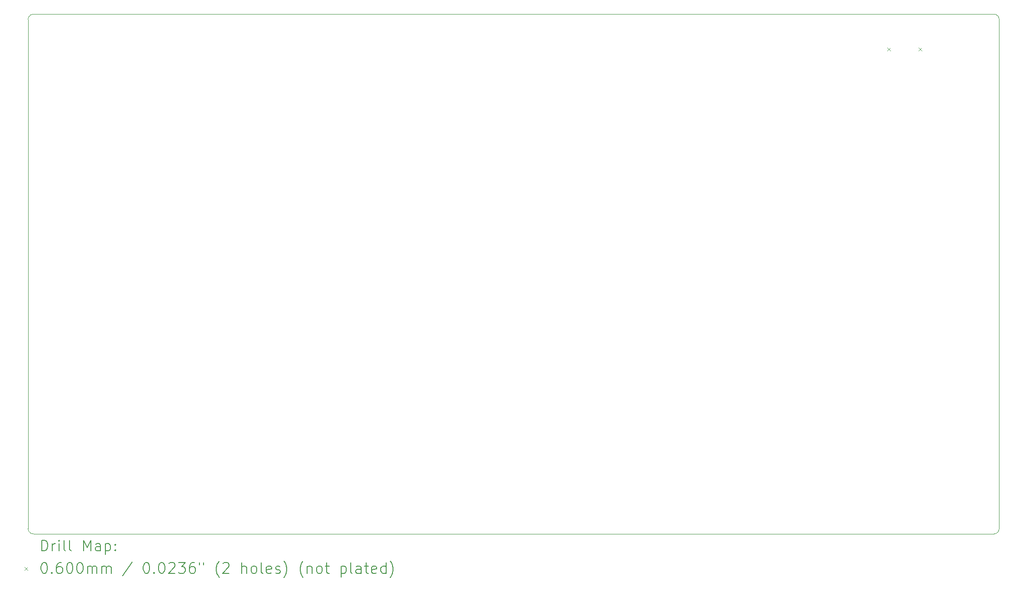
<source format=gbr>
%TF.GenerationSoftware,KiCad,Pcbnew,6.0.9*%
%TF.CreationDate,2022-11-14T17:03:36+01:00*%
%TF.ProjectId,OpenDeck-r3.1.0,4f70656e-4465-4636-9b2d-72332e312e30,rev?*%
%TF.SameCoordinates,Original*%
%TF.FileFunction,Drillmap*%
%TF.FilePolarity,Positive*%
%FSLAX45Y45*%
G04 Gerber Fmt 4.5, Leading zero omitted, Abs format (unit mm)*
G04 Created by KiCad (PCBNEW 6.0.9) date 2022-11-14 17:03:36*
%MOMM*%
%LPD*%
G01*
G04 APERTURE LIST*
%ADD10C,0.100000*%
%ADD11C,0.200000*%
%ADD12C,0.060000*%
G04 APERTURE END LIST*
D10*
X8200000Y-2600000D02*
G75*
G03*
X8100000Y-2700000I0J-100000D01*
G01*
X8100000Y-12200000D02*
G75*
G03*
X8200000Y-12300000I100000J0D01*
G01*
X26100000Y-2600000D02*
X8200000Y-2600000D01*
X8200000Y-12300000D02*
X26100000Y-12300000D01*
X26200000Y-2700000D02*
G75*
G03*
X26100000Y-2600000I-100000J0D01*
G01*
X26200000Y-12200000D02*
X26200000Y-2700000D01*
X26100000Y-12300000D02*
G75*
G03*
X26200000Y-12200000I0J100000D01*
G01*
X8100000Y-2700000D02*
X8100000Y-12200000D01*
D11*
D12*
X24115800Y-3223440D02*
X24175800Y-3283440D01*
X24175800Y-3223440D02*
X24115800Y-3283440D01*
X24693800Y-3223440D02*
X24753800Y-3283440D01*
X24753800Y-3223440D02*
X24693800Y-3283440D01*
D11*
X8352619Y-12615476D02*
X8352619Y-12415476D01*
X8400238Y-12415476D01*
X8428810Y-12425000D01*
X8447857Y-12444048D01*
X8457381Y-12463095D01*
X8466905Y-12501190D01*
X8466905Y-12529762D01*
X8457381Y-12567857D01*
X8447857Y-12586905D01*
X8428810Y-12605952D01*
X8400238Y-12615476D01*
X8352619Y-12615476D01*
X8552619Y-12615476D02*
X8552619Y-12482143D01*
X8552619Y-12520238D02*
X8562143Y-12501190D01*
X8571667Y-12491667D01*
X8590714Y-12482143D01*
X8609762Y-12482143D01*
X8676429Y-12615476D02*
X8676429Y-12482143D01*
X8676429Y-12415476D02*
X8666905Y-12425000D01*
X8676429Y-12434524D01*
X8685952Y-12425000D01*
X8676429Y-12415476D01*
X8676429Y-12434524D01*
X8800238Y-12615476D02*
X8781190Y-12605952D01*
X8771667Y-12586905D01*
X8771667Y-12415476D01*
X8905000Y-12615476D02*
X8885952Y-12605952D01*
X8876429Y-12586905D01*
X8876429Y-12415476D01*
X9133571Y-12615476D02*
X9133571Y-12415476D01*
X9200238Y-12558333D01*
X9266905Y-12415476D01*
X9266905Y-12615476D01*
X9447857Y-12615476D02*
X9447857Y-12510714D01*
X9438333Y-12491667D01*
X9419286Y-12482143D01*
X9381190Y-12482143D01*
X9362143Y-12491667D01*
X9447857Y-12605952D02*
X9428810Y-12615476D01*
X9381190Y-12615476D01*
X9362143Y-12605952D01*
X9352619Y-12586905D01*
X9352619Y-12567857D01*
X9362143Y-12548809D01*
X9381190Y-12539286D01*
X9428810Y-12539286D01*
X9447857Y-12529762D01*
X9543095Y-12482143D02*
X9543095Y-12682143D01*
X9543095Y-12491667D02*
X9562143Y-12482143D01*
X9600238Y-12482143D01*
X9619286Y-12491667D01*
X9628810Y-12501190D01*
X9638333Y-12520238D01*
X9638333Y-12577381D01*
X9628810Y-12596428D01*
X9619286Y-12605952D01*
X9600238Y-12615476D01*
X9562143Y-12615476D01*
X9543095Y-12605952D01*
X9724048Y-12596428D02*
X9733571Y-12605952D01*
X9724048Y-12615476D01*
X9714524Y-12605952D01*
X9724048Y-12596428D01*
X9724048Y-12615476D01*
X9724048Y-12491667D02*
X9733571Y-12501190D01*
X9724048Y-12510714D01*
X9714524Y-12501190D01*
X9724048Y-12491667D01*
X9724048Y-12510714D01*
D12*
X8035000Y-12915000D02*
X8095000Y-12975000D01*
X8095000Y-12915000D02*
X8035000Y-12975000D01*
D11*
X8390714Y-12835476D02*
X8409762Y-12835476D01*
X8428810Y-12845000D01*
X8438333Y-12854524D01*
X8447857Y-12873571D01*
X8457381Y-12911667D01*
X8457381Y-12959286D01*
X8447857Y-12997381D01*
X8438333Y-13016428D01*
X8428810Y-13025952D01*
X8409762Y-13035476D01*
X8390714Y-13035476D01*
X8371667Y-13025952D01*
X8362143Y-13016428D01*
X8352619Y-12997381D01*
X8343095Y-12959286D01*
X8343095Y-12911667D01*
X8352619Y-12873571D01*
X8362143Y-12854524D01*
X8371667Y-12845000D01*
X8390714Y-12835476D01*
X8543095Y-13016428D02*
X8552619Y-13025952D01*
X8543095Y-13035476D01*
X8533571Y-13025952D01*
X8543095Y-13016428D01*
X8543095Y-13035476D01*
X8724048Y-12835476D02*
X8685952Y-12835476D01*
X8666905Y-12845000D01*
X8657381Y-12854524D01*
X8638333Y-12883095D01*
X8628810Y-12921190D01*
X8628810Y-12997381D01*
X8638333Y-13016428D01*
X8647857Y-13025952D01*
X8666905Y-13035476D01*
X8705000Y-13035476D01*
X8724048Y-13025952D01*
X8733571Y-13016428D01*
X8743095Y-12997381D01*
X8743095Y-12949762D01*
X8733571Y-12930714D01*
X8724048Y-12921190D01*
X8705000Y-12911667D01*
X8666905Y-12911667D01*
X8647857Y-12921190D01*
X8638333Y-12930714D01*
X8628810Y-12949762D01*
X8866905Y-12835476D02*
X8885952Y-12835476D01*
X8905000Y-12845000D01*
X8914524Y-12854524D01*
X8924048Y-12873571D01*
X8933571Y-12911667D01*
X8933571Y-12959286D01*
X8924048Y-12997381D01*
X8914524Y-13016428D01*
X8905000Y-13025952D01*
X8885952Y-13035476D01*
X8866905Y-13035476D01*
X8847857Y-13025952D01*
X8838333Y-13016428D01*
X8828810Y-12997381D01*
X8819286Y-12959286D01*
X8819286Y-12911667D01*
X8828810Y-12873571D01*
X8838333Y-12854524D01*
X8847857Y-12845000D01*
X8866905Y-12835476D01*
X9057381Y-12835476D02*
X9076429Y-12835476D01*
X9095476Y-12845000D01*
X9105000Y-12854524D01*
X9114524Y-12873571D01*
X9124048Y-12911667D01*
X9124048Y-12959286D01*
X9114524Y-12997381D01*
X9105000Y-13016428D01*
X9095476Y-13025952D01*
X9076429Y-13035476D01*
X9057381Y-13035476D01*
X9038333Y-13025952D01*
X9028810Y-13016428D01*
X9019286Y-12997381D01*
X9009762Y-12959286D01*
X9009762Y-12911667D01*
X9019286Y-12873571D01*
X9028810Y-12854524D01*
X9038333Y-12845000D01*
X9057381Y-12835476D01*
X9209762Y-13035476D02*
X9209762Y-12902143D01*
X9209762Y-12921190D02*
X9219286Y-12911667D01*
X9238333Y-12902143D01*
X9266905Y-12902143D01*
X9285952Y-12911667D01*
X9295476Y-12930714D01*
X9295476Y-13035476D01*
X9295476Y-12930714D02*
X9305000Y-12911667D01*
X9324048Y-12902143D01*
X9352619Y-12902143D01*
X9371667Y-12911667D01*
X9381190Y-12930714D01*
X9381190Y-13035476D01*
X9476429Y-13035476D02*
X9476429Y-12902143D01*
X9476429Y-12921190D02*
X9485952Y-12911667D01*
X9505000Y-12902143D01*
X9533571Y-12902143D01*
X9552619Y-12911667D01*
X9562143Y-12930714D01*
X9562143Y-13035476D01*
X9562143Y-12930714D02*
X9571667Y-12911667D01*
X9590714Y-12902143D01*
X9619286Y-12902143D01*
X9638333Y-12911667D01*
X9647857Y-12930714D01*
X9647857Y-13035476D01*
X10038333Y-12825952D02*
X9866905Y-13083095D01*
X10295476Y-12835476D02*
X10314524Y-12835476D01*
X10333571Y-12845000D01*
X10343095Y-12854524D01*
X10352619Y-12873571D01*
X10362143Y-12911667D01*
X10362143Y-12959286D01*
X10352619Y-12997381D01*
X10343095Y-13016428D01*
X10333571Y-13025952D01*
X10314524Y-13035476D01*
X10295476Y-13035476D01*
X10276429Y-13025952D01*
X10266905Y-13016428D01*
X10257381Y-12997381D01*
X10247857Y-12959286D01*
X10247857Y-12911667D01*
X10257381Y-12873571D01*
X10266905Y-12854524D01*
X10276429Y-12845000D01*
X10295476Y-12835476D01*
X10447857Y-13016428D02*
X10457381Y-13025952D01*
X10447857Y-13035476D01*
X10438333Y-13025952D01*
X10447857Y-13016428D01*
X10447857Y-13035476D01*
X10581190Y-12835476D02*
X10600238Y-12835476D01*
X10619286Y-12845000D01*
X10628810Y-12854524D01*
X10638333Y-12873571D01*
X10647857Y-12911667D01*
X10647857Y-12959286D01*
X10638333Y-12997381D01*
X10628810Y-13016428D01*
X10619286Y-13025952D01*
X10600238Y-13035476D01*
X10581190Y-13035476D01*
X10562143Y-13025952D01*
X10552619Y-13016428D01*
X10543095Y-12997381D01*
X10533571Y-12959286D01*
X10533571Y-12911667D01*
X10543095Y-12873571D01*
X10552619Y-12854524D01*
X10562143Y-12845000D01*
X10581190Y-12835476D01*
X10724048Y-12854524D02*
X10733571Y-12845000D01*
X10752619Y-12835476D01*
X10800238Y-12835476D01*
X10819286Y-12845000D01*
X10828810Y-12854524D01*
X10838333Y-12873571D01*
X10838333Y-12892619D01*
X10828810Y-12921190D01*
X10714524Y-13035476D01*
X10838333Y-13035476D01*
X10905000Y-12835476D02*
X11028810Y-12835476D01*
X10962143Y-12911667D01*
X10990714Y-12911667D01*
X11009762Y-12921190D01*
X11019286Y-12930714D01*
X11028810Y-12949762D01*
X11028810Y-12997381D01*
X11019286Y-13016428D01*
X11009762Y-13025952D01*
X10990714Y-13035476D01*
X10933571Y-13035476D01*
X10914524Y-13025952D01*
X10905000Y-13016428D01*
X11200238Y-12835476D02*
X11162143Y-12835476D01*
X11143095Y-12845000D01*
X11133571Y-12854524D01*
X11114524Y-12883095D01*
X11105000Y-12921190D01*
X11105000Y-12997381D01*
X11114524Y-13016428D01*
X11124048Y-13025952D01*
X11143095Y-13035476D01*
X11181190Y-13035476D01*
X11200238Y-13025952D01*
X11209762Y-13016428D01*
X11219286Y-12997381D01*
X11219286Y-12949762D01*
X11209762Y-12930714D01*
X11200238Y-12921190D01*
X11181190Y-12911667D01*
X11143095Y-12911667D01*
X11124048Y-12921190D01*
X11114524Y-12930714D01*
X11105000Y-12949762D01*
X11295476Y-12835476D02*
X11295476Y-12873571D01*
X11371667Y-12835476D02*
X11371667Y-12873571D01*
X11666905Y-13111667D02*
X11657381Y-13102143D01*
X11638333Y-13073571D01*
X11628809Y-13054524D01*
X11619286Y-13025952D01*
X11609762Y-12978333D01*
X11609762Y-12940238D01*
X11619286Y-12892619D01*
X11628809Y-12864048D01*
X11638333Y-12845000D01*
X11657381Y-12816428D01*
X11666905Y-12806905D01*
X11733571Y-12854524D02*
X11743095Y-12845000D01*
X11762143Y-12835476D01*
X11809762Y-12835476D01*
X11828809Y-12845000D01*
X11838333Y-12854524D01*
X11847857Y-12873571D01*
X11847857Y-12892619D01*
X11838333Y-12921190D01*
X11724048Y-13035476D01*
X11847857Y-13035476D01*
X12085952Y-13035476D02*
X12085952Y-12835476D01*
X12171667Y-13035476D02*
X12171667Y-12930714D01*
X12162143Y-12911667D01*
X12143095Y-12902143D01*
X12114524Y-12902143D01*
X12095476Y-12911667D01*
X12085952Y-12921190D01*
X12295476Y-13035476D02*
X12276428Y-13025952D01*
X12266905Y-13016428D01*
X12257381Y-12997381D01*
X12257381Y-12940238D01*
X12266905Y-12921190D01*
X12276428Y-12911667D01*
X12295476Y-12902143D01*
X12324048Y-12902143D01*
X12343095Y-12911667D01*
X12352619Y-12921190D01*
X12362143Y-12940238D01*
X12362143Y-12997381D01*
X12352619Y-13016428D01*
X12343095Y-13025952D01*
X12324048Y-13035476D01*
X12295476Y-13035476D01*
X12476428Y-13035476D02*
X12457381Y-13025952D01*
X12447857Y-13006905D01*
X12447857Y-12835476D01*
X12628809Y-13025952D02*
X12609762Y-13035476D01*
X12571667Y-13035476D01*
X12552619Y-13025952D01*
X12543095Y-13006905D01*
X12543095Y-12930714D01*
X12552619Y-12911667D01*
X12571667Y-12902143D01*
X12609762Y-12902143D01*
X12628809Y-12911667D01*
X12638333Y-12930714D01*
X12638333Y-12949762D01*
X12543095Y-12968809D01*
X12714524Y-13025952D02*
X12733571Y-13035476D01*
X12771667Y-13035476D01*
X12790714Y-13025952D01*
X12800238Y-13006905D01*
X12800238Y-12997381D01*
X12790714Y-12978333D01*
X12771667Y-12968809D01*
X12743095Y-12968809D01*
X12724048Y-12959286D01*
X12714524Y-12940238D01*
X12714524Y-12930714D01*
X12724048Y-12911667D01*
X12743095Y-12902143D01*
X12771667Y-12902143D01*
X12790714Y-12911667D01*
X12866905Y-13111667D02*
X12876428Y-13102143D01*
X12895476Y-13073571D01*
X12905000Y-13054524D01*
X12914524Y-13025952D01*
X12924048Y-12978333D01*
X12924048Y-12940238D01*
X12914524Y-12892619D01*
X12905000Y-12864048D01*
X12895476Y-12845000D01*
X12876428Y-12816428D01*
X12866905Y-12806905D01*
X13228809Y-13111667D02*
X13219286Y-13102143D01*
X13200238Y-13073571D01*
X13190714Y-13054524D01*
X13181190Y-13025952D01*
X13171667Y-12978333D01*
X13171667Y-12940238D01*
X13181190Y-12892619D01*
X13190714Y-12864048D01*
X13200238Y-12845000D01*
X13219286Y-12816428D01*
X13228809Y-12806905D01*
X13305000Y-12902143D02*
X13305000Y-13035476D01*
X13305000Y-12921190D02*
X13314524Y-12911667D01*
X13333571Y-12902143D01*
X13362143Y-12902143D01*
X13381190Y-12911667D01*
X13390714Y-12930714D01*
X13390714Y-13035476D01*
X13514524Y-13035476D02*
X13495476Y-13025952D01*
X13485952Y-13016428D01*
X13476428Y-12997381D01*
X13476428Y-12940238D01*
X13485952Y-12921190D01*
X13495476Y-12911667D01*
X13514524Y-12902143D01*
X13543095Y-12902143D01*
X13562143Y-12911667D01*
X13571667Y-12921190D01*
X13581190Y-12940238D01*
X13581190Y-12997381D01*
X13571667Y-13016428D01*
X13562143Y-13025952D01*
X13543095Y-13035476D01*
X13514524Y-13035476D01*
X13638333Y-12902143D02*
X13714524Y-12902143D01*
X13666905Y-12835476D02*
X13666905Y-13006905D01*
X13676428Y-13025952D01*
X13695476Y-13035476D01*
X13714524Y-13035476D01*
X13933571Y-12902143D02*
X13933571Y-13102143D01*
X13933571Y-12911667D02*
X13952619Y-12902143D01*
X13990714Y-12902143D01*
X14009762Y-12911667D01*
X14019286Y-12921190D01*
X14028809Y-12940238D01*
X14028809Y-12997381D01*
X14019286Y-13016428D01*
X14009762Y-13025952D01*
X13990714Y-13035476D01*
X13952619Y-13035476D01*
X13933571Y-13025952D01*
X14143095Y-13035476D02*
X14124048Y-13025952D01*
X14114524Y-13006905D01*
X14114524Y-12835476D01*
X14305000Y-13035476D02*
X14305000Y-12930714D01*
X14295476Y-12911667D01*
X14276428Y-12902143D01*
X14238333Y-12902143D01*
X14219286Y-12911667D01*
X14305000Y-13025952D02*
X14285952Y-13035476D01*
X14238333Y-13035476D01*
X14219286Y-13025952D01*
X14209762Y-13006905D01*
X14209762Y-12987857D01*
X14219286Y-12968809D01*
X14238333Y-12959286D01*
X14285952Y-12959286D01*
X14305000Y-12949762D01*
X14371667Y-12902143D02*
X14447857Y-12902143D01*
X14400238Y-12835476D02*
X14400238Y-13006905D01*
X14409762Y-13025952D01*
X14428809Y-13035476D01*
X14447857Y-13035476D01*
X14590714Y-13025952D02*
X14571667Y-13035476D01*
X14533571Y-13035476D01*
X14514524Y-13025952D01*
X14505000Y-13006905D01*
X14505000Y-12930714D01*
X14514524Y-12911667D01*
X14533571Y-12902143D01*
X14571667Y-12902143D01*
X14590714Y-12911667D01*
X14600238Y-12930714D01*
X14600238Y-12949762D01*
X14505000Y-12968809D01*
X14771667Y-13035476D02*
X14771667Y-12835476D01*
X14771667Y-13025952D02*
X14752619Y-13035476D01*
X14714524Y-13035476D01*
X14695476Y-13025952D01*
X14685952Y-13016428D01*
X14676428Y-12997381D01*
X14676428Y-12940238D01*
X14685952Y-12921190D01*
X14695476Y-12911667D01*
X14714524Y-12902143D01*
X14752619Y-12902143D01*
X14771667Y-12911667D01*
X14847857Y-13111667D02*
X14857381Y-13102143D01*
X14876428Y-13073571D01*
X14885952Y-13054524D01*
X14895476Y-13025952D01*
X14905000Y-12978333D01*
X14905000Y-12940238D01*
X14895476Y-12892619D01*
X14885952Y-12864048D01*
X14876428Y-12845000D01*
X14857381Y-12816428D01*
X14847857Y-12806905D01*
M02*

</source>
